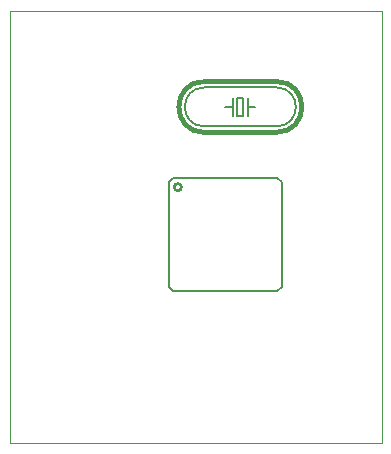
<source format=gbo>
%FSLAX44Y44*%
%MOMM*%
G71*
G01*
G75*
G04 Layer_Color=32896*
%ADD10C,0.2540*%
G04:AMPARAMS|DCode=11|XSize=1.27mm|YSize=0.3556mm|CornerRadius=0.0356mm|HoleSize=0mm|Usage=FLASHONLY|Rotation=270.000|XOffset=0mm|YOffset=0mm|HoleType=Round|Shape=RoundedRectangle|*
%AMROUNDEDRECTD11*
21,1,1.2700,0.2845,0,0,270.0*
21,1,1.1989,0.3556,0,0,270.0*
1,1,0.0711,-0.1422,-0.5994*
1,1,0.0711,-0.1422,0.5994*
1,1,0.0711,0.1422,0.5994*
1,1,0.0711,0.1422,-0.5994*
%
%ADD11ROUNDEDRECTD11*%
G04:AMPARAMS|DCode=12|XSize=0.3556mm|YSize=1.27mm|CornerRadius=0.0356mm|HoleSize=0mm|Usage=FLASHONLY|Rotation=270.000|XOffset=0mm|YOffset=0mm|HoleType=Round|Shape=RoundedRectangle|*
%AMROUNDEDRECTD12*
21,1,0.3556,1.1989,0,0,270.0*
21,1,0.2845,1.2700,0,0,270.0*
1,1,0.0711,-0.5994,-0.1422*
1,1,0.0711,-0.5994,0.1422*
1,1,0.0711,0.5994,0.1422*
1,1,0.0711,0.5994,-0.1422*
%
%ADD12ROUNDEDRECTD12*%
G04:AMPARAMS|DCode=13|XSize=3.302mm|YSize=3.302mm|CornerRadius=0.3302mm|HoleSize=0mm|Usage=FLASHONLY|Rotation=270.000|XOffset=0mm|YOffset=0mm|HoleType=Round|Shape=RoundedRectangle|*
%AMROUNDEDRECTD13*
21,1,3.3020,2.6416,0,0,270.0*
21,1,2.6416,3.3020,0,0,270.0*
1,1,0.6604,-1.3208,-1.3208*
1,1,0.6604,-1.3208,1.3208*
1,1,0.6604,1.3208,1.3208*
1,1,0.6604,1.3208,-1.3208*
%
%ADD13ROUNDEDRECTD13*%
%ADD14R,1.5240X1.3208*%
%ADD15R,2.4130X2.8194*%
%ADD16R,1.8034X1.6002*%
%ADD17R,1.5240X1.5240*%
%ADD18R,1.3208X1.5240*%
%ADD19R,1.5240X1.5240*%
%ADD20R,1.6002X1.8034*%
%ADD21C,0.6096*%
%ADD22C,0.4064*%
%ADD23C,0.3048*%
%ADD24C,0.0864*%
%ADD25C,0.0500*%
%ADD26C,1.2192*%
%ADD27O,3.0480X1.5240*%
%ADD28O,1.5240X3.0480*%
%ADD29C,0.7580*%
%ADD30C,0.8596*%
%ADD31R,0.5080X1.5240*%
%ADD32R,1.5240X0.5080*%
%ADD33C,0.1524*%
%ADD34C,0.1270*%
%ADD35C,0.2032*%
%ADD36R,0.3250X0.4318*%
%ADD37R,0.3302X0.4318*%
%ADD38R,0.3528X0.3556*%
%ADD39R,0.4318X0.3250*%
%ADD40R,0.4318X0.3302*%
%ADD41R,0.3556X0.3528*%
G04:AMPARAMS|DCode=42|XSize=1.42mm|YSize=0.5056mm|CornerRadius=0.1106mm|HoleSize=0mm|Usage=FLASHONLY|Rotation=270.000|XOffset=0mm|YOffset=0mm|HoleType=Round|Shape=RoundedRectangle|*
%AMROUNDEDRECTD42*
21,1,1.4200,0.2845,0,0,270.0*
21,1,1.1989,0.5056,0,0,270.0*
1,1,0.2211,-0.1422,-0.5994*
1,1,0.2211,-0.1422,0.5994*
1,1,0.2211,0.1422,0.5994*
1,1,0.2211,0.1422,-0.5994*
%
%ADD42ROUNDEDRECTD42*%
G04:AMPARAMS|DCode=43|XSize=0.5056mm|YSize=1.42mm|CornerRadius=0.1106mm|HoleSize=0mm|Usage=FLASHONLY|Rotation=270.000|XOffset=0mm|YOffset=0mm|HoleType=Round|Shape=RoundedRectangle|*
%AMROUNDEDRECTD43*
21,1,0.5056,1.1989,0,0,270.0*
21,1,0.2845,1.4200,0,0,270.0*
1,1,0.2211,-0.5994,-0.1422*
1,1,0.2211,-0.5994,0.1422*
1,1,0.2211,0.5994,0.1422*
1,1,0.2211,0.5994,-0.1422*
%
%ADD43ROUNDEDRECTD43*%
G04:AMPARAMS|DCode=44|XSize=3.452mm|YSize=3.452mm|CornerRadius=0.4052mm|HoleSize=0mm|Usage=FLASHONLY|Rotation=270.000|XOffset=0mm|YOffset=0mm|HoleType=Round|Shape=RoundedRectangle|*
%AMROUNDEDRECTD44*
21,1,3.4520,2.6416,0,0,270.0*
21,1,2.6416,3.4520,0,0,270.0*
1,1,0.8104,-1.3208,-1.3208*
1,1,0.8104,-1.3208,1.3208*
1,1,0.8104,1.3208,1.3208*
1,1,0.8104,1.3208,-1.3208*
%
%ADD44ROUNDEDRECTD44*%
%ADD45R,1.6740X1.4708*%
%ADD46R,2.5630X2.9694*%
%ADD47R,1.9534X1.7502*%
%ADD48R,1.6740X1.6740*%
%ADD49R,1.4708X1.6740*%
%ADD50R,1.6740X1.6740*%
%ADD51R,1.7502X1.9534*%
%ADD52C,1.3692*%
%ADD53O,3.1980X1.6740*%
%ADD54O,1.6740X3.1980*%
%ADD55C,0.9080*%
%ADD56C,1.0096*%
%ADD57R,0.6580X1.6740*%
%ADD58R,1.6740X0.6580*%
D10*
X145542Y216530D02*
G03*
X145542Y216530I-3048J0D01*
G01*
D22*
X225806Y262890D02*
G03*
X225806Y306070I0J21590D01*
G01*
X164846D02*
G03*
X164846Y262890I0J-21590D01*
G01*
X225806D01*
X164846Y306070D02*
X225806D01*
D25*
X0Y365506D02*
X314960D01*
X0Y0D02*
X314960D01*
X0D02*
X314960D01*
Y365506D01*
X0D02*
X314960D01*
X0Y0D02*
Y365506D01*
D33*
X225806Y267970D02*
G03*
X225806Y300990I0J16510D01*
G01*
X164846D02*
G03*
X164846Y267970I0J-16510D01*
G01*
X225806D01*
X164846Y300990D02*
X225806D01*
X192786Y292100D02*
X197866D01*
X192786Y276860D02*
Y292100D01*
Y276860D02*
X197866D01*
Y292100D01*
X188976Y284480D02*
Y292100D01*
Y276860D02*
Y284480D01*
X201676D02*
Y292100D01*
Y276860D02*
Y284480D01*
X182626D02*
X188976D01*
X201676D02*
X208026D01*
D35*
X134620Y220530D02*
X138430Y224530D01*
X134620Y132334D02*
Y220530D01*
Y132334D02*
X138430Y128524D01*
X226626D01*
X230626Y132334D01*
Y220530D01*
X226626Y224530D02*
X230626Y220530D01*
X138430Y224530D02*
X226626D01*
M02*

</source>
